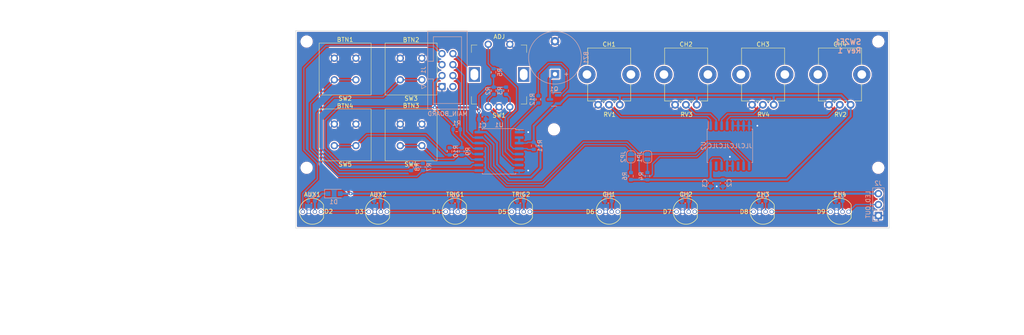
<source format=kicad_pcb>
(kicad_pcb (version 20211014) (generator pcbnew)
  (title_block (title "SW2F1 - Front Panel") (date "2022-12-21") (rev "1") (company "saawsm"))
  (layers (0 "F.Cu" signal) (31 "B.Cu" signal) (34 "B.Paste" user) (35 "F.Paste" user) (36 "B.SilkS" user "B.Silkscreen") (37 "F.SilkS" user "F.Silkscreen") (38 "B.Mask" user) (39 "F.Mask" user) (44 "Edge.Cuts" user))
  (net 0 "")
  (net 1 "Net-(BZ1-Pad1)")
  (net 2 "GND")
  (net 3 "+3.3V")
  (net 4 "/ENC_B")
  (net 5 "/ENC_A")
  (net 6 "+5V")
  (net 7 "Net-(D2-Pad1)")
  (net 8 "/LED_DATA")
  (net 9 "Net-(D4-Pad1)")
  (net 10 "Net-(D6-Pad1)")
  (net 12 "/~{INT}")
  (net 13 "/SCL")
  (net 14 "/SDA")
  (net 15 "Net-(Q1-Pad1)")
  (net 16 "/ENC_SW")
  (net 17 "/BTN1")
  (net 18 "/BTN2")
  (net 19 "/BTN3")
  (net 20 "/BTN4")
  (net 21 "/BUZZER")
  (net 22 "Net-(RV1-Pad2)")
  (net 23 "Net-(RV2-Pad2)")
  (net 24 "Net-(RV3-Pad2)")
  (net 25 "Net-(RV4-Pad2)")
  (net 28 "Net-(D3-Pad1)")
  (net 29 "Net-(D5-Pad1)")
  (net 30 "Net-(D7-Pad1)")
  (net 31 "Net-(C4-Pad2)")
  (net 32 "Net-(D8-Pad1)")
  (net 33 "Net-(D9-Pad1)")
  (net 34 "Net-(JP1-Pad2)")
  (net 35 "Net-(JP2-Pad2)")
  (footprint "SaawLib:WS2812D-F5" (layer "F.Cu") (at 156.21 124.46)
    (fp_text reference "D6")
    (fp_text value "CH1")
  )
  (footprint "SaawLib:WS2812D-F5" (layer "F.Cu") (at 173.99 124.46)
    (fp_text reference "D7")
    (fp_text value "CH2")
  )
  (footprint "SaawLib:D6C" (layer "F.Cu") (at 110.49 91.44)
    (fp_text reference "SW3")
    (fp_text value "BTN2")
  )
  (footprint "MountingHole:MountingHole_2.2mm_M2" (layer "F.Cu") (at 143.51 105.41)
    (fp_text reference "H5")
    (fp_text value "MountingHole")
  )
  (footprint "SaawLib:Potentiometer_Bourns_PTV09A-1_Single_Vertical" (layer "F.Cu") (at 156.21 92.71)
    (fp_text reference "RV1")
    (fp_text value "CH1")
  )
  (footprint "SaawLib:D6C" (layer "F.Cu") (at 95.25 91.44)
    (fp_text reference "SW2")
    (fp_text value "BTN1")
  )
  (footprint "SaawLib:Potentiometer_Bourns_PTV09A-1_Single_Vertical" (layer "F.Cu") (at 191.77 92.71)
    (fp_text reference "RV4")
    (fp_text value "CH3")
  )
  (footprint "SaawLib:D6C" (layer "F.Cu") (at 110.49 106.68)
    (fp_text reference "SW4")
    (fp_text value "BTN3")
  )
  (footprint "SaawLib:Potentiometer_Bourns_PTV09A-1_Single_Vertical" (layer "F.Cu") (at 209.55 92.71)
    (fp_text reference "RV2")
    (fp_text value "CH4")
  )
  (footprint "SaawLib:D6C" (layer "F.Cu") (at 95.25 106.68)
    (fp_text reference "SW5")
    (fp_text value "BTN4")
  )
  (footprint "SaawLib:WS2812D-F5" (layer "F.Cu") (at 135.89 124.46)
    (fp_text reference "D5")
    (fp_text value "TRIG2")
  )
  (footprint "SaawLib:WS2812D-F5" (layer "F.Cu") (at 102.87 124.46)
    (fp_text reference "D3")
    (fp_text value "AUX2")
  )
  (footprint "SaawLib:WS2812D-F5" (layer "F.Cu") (at 191.77 124.46)
    (fp_text reference "D8")
    (fp_text value "CH3")
  )
  (footprint "MountingHole:MountingHole_2.2mm_M2" (layer "F.Cu") (at 218.44 85.09)
    (fp_text reference "H2")
    (fp_text value "MountingHole")
  )
  (footprint "MountingHole:MountingHole_2.2mm_M2" (layer "F.Cu") (at 218.44 114.3)
    (fp_text reference "H3")
    (fp_text value "MountingHole")
  )
  (footprint "SaawLib:WS2812D-F5" (layer "F.Cu") (at 120.65 124.46)
    (fp_text reference "D4")
    (fp_text value "TRIG1")
  )
  (footprint "MountingHole:MountingHole_2.2mm_M2" (layer "F.Cu") (at 86.36 85.09)
    (fp_text reference "H1")
    (fp_text value "MountingHole")
  )
  (footprint "SaawLib:Rotary_Encoder_Switched_PEC11R" (layer "F.Cu") (at 130.81 92.71)
    (fp_text reference "SW1")
    (fp_text value "PEC11R-4215K-S0024")
  )
  (footprint "MountingHole:MountingHole_2.2mm_M2" (layer "F.Cu") (at 86.36 114.3)
    (fp_text reference "H4")
    (fp_text value "MountingHole")
  )
  (footprint "SaawLib:Potentiometer_Bourns_PTV09A-1_Single_Vertical" (layer "F.Cu") (at 173.99 92.71)
    (fp_text reference "RV3")
    (fp_text value "CH2")
  )
  (footprint "SaawLib:WS2812D-F5" (layer "F.Cu") (at 87.63 124.46)
    (fp_text reference "D2")
    (fp_text value "AUX1")
  )
  (footprint "SaawLib:WS2812D-F5" (layer "F.Cu") (at 209.55 124.46)
    (fp_text reference "D9")
    (fp_text value "CH4")
  )
  (footprint "Diode_SMD:D_SOD-123F" (layer "B.Cu") (at 92.71 120.278576)
    (fp_text reference "D1")
    (fp_text value "SS24FL")
  )
  (footprint "Capacitor_SMD:C_0603_1608Metric" (layer "B.Cu") (at 135.75 121.92)
    (fp_text reference "C7")
    (fp_text value "100nF")
  )
  (footprint "Package_TO_SOT_SMD:SOT-23" (layer "B.Cu") (at 143.51 98.472885 180)
    (fp_text reference "Q1")
    (fp_text value "DMG2301L-7")
  )
  (footprint "Resistor_SMD:R_0603_1608Metric" (layer "B.Cu") (at 132.434218 96.460964 -90)
    (fp_text reference "R3")
    (fp_text value "10K")
  )
  (footprint "Capacitor_SMD:C_0603_1608Metric" (layer "B.Cu") (at 126.949397 103.047109)
    (fp_text reference "C1")
    (fp_text value locked "100nF")
  )
  (footprint "Connector_PinHeader_2.54mm:PinHeader_1x03_P2.54mm_Vertical" (layer "B.Cu") (at 218.462727 125.358576)
    (fp_text reference "J2")
    (fp_text value "LED_OUT")
  )
  (footprint "Capacitor_SMD:C_0603_1608Metric" (layer "B.Cu") (at 156.07 121.92)
    (fp_text reference "C8")
    (fp_text value "100nF")
  )
  (footprint "Resistor_SMD:R_0603_1608Metric" (layer "B.Cu") (at 139.884372 98.472885 90)
    (fp_text reference "R12")
    (fp_text value "100")
  )
  (footprint "Resistor_SMD:R_0603_1608Metric" (layer "B.Cu") (at 110.49 114.11 90)
    (fp_text reference locked "R8")
    (fp_text value "10K")
  )
  (footprint "Resistor_SMD:R_0603_1608Metric" (layer "B.Cu") (at 122.210201 110.49 90)
    (fp_text reference "R9")
    (fp_text value "10K")
  )
  (footprint "Capacitor_SMD:C_0603_1608Metric" (layer "B.Cu") (at 179.705 117.825783 -90)
    (fp_text reference "C3")
    (fp_text value "10uF")
  )
  (footprint "Resistor_SMD:R_0603_1608Metric" (layer "B.Cu") (at 119.38 110.49 90)
    (fp_text reference "R10")
    (fp_text value "10K")
  )
  (footprint "Capacitor_SMD:C_0603_1608Metric" (layer "B.Cu") (at 191.63 121.92)
    (fp_text reference "C10")
    (fp_text value "100nF")
  )
  (footprint "Capacitor_SMD:C_0603_1608Metric" (layer "B.Cu") (at 209.41 121.92)
    (fp_text reference "C11")
    (fp_text value "100nF")
  )
  (footprint "Capacitor_SMD:C_0603_1608Metric" (layer "B.Cu") (at 182.516864 117.825783 -90)
    (fp_text reference "C2")
    (fp_text value "100nF")
  )
  (footprint "Jumper:SolderJumper-2_P1.3mm_Open_RoundedPad1.0x1.5mm" (layer "B.Cu") (at 165.1 111.76 -90)
    (fp_text reference "JP1")
    (fp_text value "SolderJumper_2_Open" hide)
  )
  (footprint "Resistor_SMD:R_0603_1608Metric" (layer "B.Cu") (at 165.1 116.225783 -90)
    (fp_text reference "R4")
    (fp_text value "10K")
  )
  (footprint "Package_SO:SOIC-16W_7.5x10.3mm_P1.27mm" (layer "B.Cu") (at 130.81 110.49 180)
    (fp_text reference "U1")
    (fp_text value "PCF8574")
  )
  (footprint "Resistor_SMD:R_0603_1608Metric" (layer "B.Cu") (at 129.578669 96.460963 -90)
    (fp_text reference "R2")
    (fp_text value "10K")
  )
  (footprint "Capacitor_SMD:C_0603_1608Metric" (layer "B.Cu") (at 120.65 121.92)
    (fp_text reference "C6")
    (fp_text value "100nF")
  )
  (footprint "Connector_IDC:IDC-Header_2x04_P2.54mm_Vertical" (layer "B.Cu") (at 117.623459 95.504362)
    (fp_text reference "J1")
    (fp_text value "MAIN_BOARD")
  )
  (footprint "Capacitor_SMD:C_0603_1608Metric" (layer "B.Cu") (at 87.49 121.92)
    (fp_text reference "C4")
    (fp_text value "100nF")
  )
  (footprint "Resistor_SMD:R_0603_1608Metric" (layer "B.Cu") (at 121.022562 105.41 180)
    (fp_text reference "R1")
    (fp_text value "10K")
  )
  (footprint "Buzzer_Beeper:Buzzer_12x9.5RM7.6" (layer "B.Cu") (at 143.734937 92.623858 90)
    (fp_text reference "BZ1")
    (fp_text value "Buzzer")
  )
  (footprint "Capacitor_SMD:C_0603_1608Metric" (layer "B.Cu") (at 173.85 121.92)
    (fp_text reference "C9")
    (fp_text value "100nF")
  )
  (footprint "Package_SO:SOIC-16W_7.5x10.3mm_P1.27mm" (layer "B.Cu") (at 184.15 109.22 -90)
    (fp_text reference "U2")
    (fp_text value "PCF8591")
  )
  (footprint "Capacitor_SMD:C_0603_1608Metric" (layer "B.Cu") (at 102.73 121.92)
    (fp_text reference "C5")
    (fp_text value "100nF")
  )
  (footprint "Resistor_SMD:R_0603_1608Metric" (layer "B.Cu") (at 129.54 92.199039 90)
    (fp_text reference "R5")
    (fp_text value "10K")
  )
  (footprint "Resistor_SMD:R_0603_1608Metric" (layer "B.Cu") (at 113.216978 114.11 90)
    (fp_text reference "R7")
    (fp_text value "10K")
  )
  (footprint "Resistor_SMD:R_0603_1608Metric" (layer "B.Cu") (at 138.826184 109.22 90)
    (fp_text reference "R11")
    (fp_text value "10K")
  )
  (footprint "Resistor_SMD:R_0603_1608Metric" (layer "B.Cu") (at 161.29 116.225783 -90)
    (fp_text reference "R6")
    (fp_text value "10K")
  )
  (footprint "Jumper:SolderJumper-2_P1.3mm_Open_RoundedPad1.0x1.5mm" (layer "B.Cu") (at 161.29 111.76 -90)
    (fp_text reference "JP2")
    (fp_text value "SolderJumper_2_Open" hide)
  )
  (gr_rect locked (start 83.82 82.55) (end 220.98 128.269999) (layer "Edge.Cuts") (width 0.1) (fill none))
  (gr_text "JLCJLCJLCJLC" (at 184.15 109.22) (layer "B.SilkS") (effects (font (size 1 1)) (justify mirror)))
  (gr_text "SW2F1\nRev 1" (at 214.63 86.157498) (layer "B.SilkS") (effects (font (size 1.25 1.25) (thickness 0.25)) (justify left mirror)))
  (segment locked (start 143.734937 92.623858) (end 142.5725 93.786295) (width 0.5) (layer "B.Cu") (net 1))
  (segment locked (start 142.5725 93.786295) (end 142.5725 98.472885) (width 0.5) (layer "B.Cu") (net 1))
  (via locked (at 181.104328 118.600783) (size 0.8) (drill 0.4) (layers "F.Cu" "B.Cu") (net 2))
  (via locked (at 137.553998 114.935) (size 0.8) (drill 0.4) (layers "F.Cu" "B.Cu") (net 2))
  (via locked (at 137.553998 106.043852) (size 0.8) (drill 0.4) (layers "F.Cu" "B.Cu") (net 2))
  (via locked (at 190.5 104.57) (size 0.8) (drill 0.4) (layers "F.Cu" "B.Cu") (net 2))
  (via locked (at 184.15 111.76) (size 0.8) (drill 0.4) (layers "F.Cu" "B.Cu") (net 2))
  (segment locked (start 125.329896 100.33) (end 126.16 101.160104) (width 0.5) (layer "F.Cu") (net 3))
  (segment locked (start 115.959672 100.33) (end 125.329896 100.33) (width 0.5) (layer "F.Cu") (net 3))
  (via locked (at 115.959672 100.33) (size 0.8) (drill 0.4) (layers "F.Cu" "B.Cu") (net 3))
  (via locked (at 126.16 101.165517) (size 0.8) (drill 0.4) (layers "F.Cu" "B.Cu") (net 3))
  (segment locked (start 138.165965 116.51085) (end 140.39223 114.284585) (width 0.5) (layer "B.Cu") (net 3))
  (segment locked (start 158.655512 97.544587) (end 176.498659 97.544587) (width 0.5) (layer "B.Cu") (net 3))
  (segment locked (start 129.54 95.597294) (end 129.578669 95.635963) (width 0.3) (layer "B.Cu") (net 3))
  (segment locked (start 94.090021 113.285) (end 90.573427 109.768406) (width 0.3) (layer "B.Cu") (net 3))
  (segment locked (start 212.05 102.361364) (end 212.05 99.71) (width 0.5) (layer "B.Cu") (net 3))
  (segment locked (start 115.959672 100.332704) (end 120.197562 104.570594) (width 0.3) (layer "B.Cu") (net 3))
  (segment locked (start 130.336654 113.458801) (end 133.388703 116.51085) (width 0.5) (layer "B.Cu") (net 3))
  (segment locked (start 140.39223 114.284585) (end 140.39223 109.961046) (width 0.5) (layer "B.Cu") (net 3))
  (segment locked (start 129.54 93.024039) (end 129.54 95.597294) (width 0.3) (layer "B.Cu") (net 3))
  (segment locked (start 179.705 117.050783) (end 161.29 117.050783) (width 0.5) (layer "B.Cu") (net 3))
  (segment locked (start 197.360581 117.050783) (end 212.05 102.361364) (width 0.5) (layer "B.Cu") (net 3))
  (segment locked (start 90.573427 103.36876) (end 92.780134 101.162053) (width 0.3) (layer "B.Cu") (net 3))
  (segment locked (start 144.4475 99.422885) (end 144.896931 99.422885) (width 0.5) (layer "B.Cu") (net 3))
  (segment locked (start 144.022022 99.422885) (end 138.826184 104.618723) (width 0.5) (layer "B.Cu") (net 3))
  (segment locked (start 130.336654 108.563139) (end 130.336654 113.458801) (width 0.5) (layer "B.Cu") (net 3))
  (segment locked (start 92.780134 101.162053) (end 93.612187 100.33) (width 0.3) (layer "B.Cu") (net 3))
  (segment locked (start 115.959672 94.628149) (end 115.959672 100.33) (width 0.5) (layer "B.Cu") (net 3))
  (segment locked (start 117.623459 92.964362) (end 115.959672 94.628149) (width 0.5) (layer "B.Cu") (net 3))
  (segment locked (start 127.818515 106.045) (end 130.336654 108.563139) (width 0.5) (layer "B.Cu") (net 3))
  (segment locked (start 126.622107 106.045) (end 127.818515 106.045) (width 0.5) (layer "B.Cu") (net 3))
  (segment locked (start 137.274459 108.581702) (end 135.463298 108.581702) (width 0.3) (layer "B.Cu") (net 3))
  (segment locked (start 182.516864 117.050783) (end 197.360581 117.050783) (width 0.5) (layer "B.Cu") (net 3))
  (segment locked (start 137.461547 108.394614) (end 137.274459 108.581702) (width 0.3) (layer "B.Cu") (net 3))
  (segment locked (start 179.705 117.050783) (end 179.705 113.87) (width 0.5) (layer "B.Cu") (net 3))
  (segment locked (start 179.710819 113.402074) (end 179.710819 112.548401) (width 0.3) (layer "B.Cu") (net 3))
  (segment locked (start 120.197562 105.41) (end 120.197562 106.305727) (width 0.3) (layer "B.Cu") (net 3))
  (segment locked (start 129.578669 95.635963) (end 132.434218 95.635964) (width 0.3) (layer "B.Cu") (net 3))
  (segment locked (start 133.388703 116.51085) (end 138.165965 116.51085) (width 0.5) (layer "B.Cu") (net 3))
  (segment locked (start 158.71 97.599075) (end 158.655512 97.544587) (width 0.5) (layer "B.Cu") (net 3))
  (segment locked (start 110.49 113.285) (end 94.090021 113.285) (width 0.3) (layer "B.Cu") (net 3))
  (segment locked (start 158.71 99.71) (end 158.71 97.599075) (width 0.5) (layer "B.Cu") (net 3))
  (segment locked (start 194.27 97.550368) (end 194.275781 97.544587) (width 0.5) (layer "B.Cu") (net 3))
  (segment locked (start 176.49 99.71) (end 176.49 97.553246) (width 0.5) (layer "B.Cu") (net 3))
  (segment locked (start 209.884587 97.544587) (end 212.05 99.71) (width 0.5) (layer "B.Cu") (net 3))
  (segment locked (start 176.49 97.553246) (end 176.498659 97.544587) (width 0.5) (layer "B.Cu") (net 3))
  (segment locked (start 176.498659 97.544587) (end 194.275781 97.544587) (width 0.5) (layer "B.Cu") (net 3))
  (segment locked (start 180.172991 112.086229) (end 181.8071 112.086229) (width 0.3) (layer "B.Cu") (net 3))
  (segment locked (start 140.39223 109.961046) (end 138.826184 108.395) (width 0.5) (layer "B.Cu") (net 3))
  (segment locked (start 110.49 113.285) (end 113.216978 113.285) (width 0.3) (layer "B.Cu") (net 3))
  (segment locked (start 138.825798 108.394614) (end 138.826184 108.395) (width 0.3) (layer "B.Cu") (net 3))
  (segment locked (start 182.245 112.524129) (end 182.245 113.87) (width 0.3) (layer "B.Cu") (net 3))
  (segment locked (start 119.408229 109.655267) (end 122.23843 109.655267) (width 0.3) (layer "B.Cu") (net 3))
  (segment locked (start 138.826184 104.618723) (end 138.826184 108.395) (width 0.5) (layer "B.Cu") (net 3))
  (segment locked (start 182.516864 117.050783) (end 179.705 117.050783) (width 0.5) (layer "B.Cu") (net 3))
  (segment locked (start 194.27 99.71) (end 194.27 97.550368) (width 0.5) (layer "B.Cu") (net 3))
  (segment locked (start 144.896931 99.422885) (end 146.775229 97.544587) (width 0.5) (layer "B.Cu") (net 3))
  (segment locked (start 122.210201 108.318366) (end 122.210201 109.665) (width 0.3) (layer "B.Cu") (net 3))
  (segment locked (start 179.710819 112.548401) (end 180.172991 112.086229) (width 0.3) (layer "B.Cu") (net 3))
  (segment locked (start 120.197562 106.305727) (end 122.210201 108.318366) (width 0.3) (layer "B.Cu") (net 3))
  (segment locked (start 128.170905 95.635963) (end 126.16 97.646868) (width 0.3) (layer "B.Cu") (net 3))
  (segment locked (start 126.16 97.646868) (end 126.16 101.165517) (width 0.3) (layer "B.Cu") (net 3))
  (segment locked (start 135.46 107.315) (end 135.46 108.585) (width 0.5) (layer "B.Cu") (net 3))
  (segment locked (start 146.775229 97.544587) (end 158.655512 97.544587) (width 0.5) (layer "B.Cu") (net 3))
  (segment locked (start 93.612187 100.33) (end 115.959672 100.33) (width 0.3) (layer "B.Cu") (net 3))
  (segment locked (start 137.461547 108.394614) (end 138.825798 108.394614) (width 0.3) (layer "B.Cu") (net 3))
  (segment locked (start 120.197562 104.570594) (end 120.197562 105.41) (width 0.3) (layer "B.Cu") (net 3))
  (segment locked (start 90.573427 109.768406) (end 90.573427 103.36876) (width 0.3) (layer "B.Cu") (net 3))
  (segment locked (start 126.16 101.165517) (end 126.16 106.045) (width 0.5) (layer "B.Cu") (net 3))
  (segment locked (start 194.275781 97.544587) (end 209.884587 97.544587) (width 0.5) (layer "B.Cu") (net 3))
  (segment locked (start 129.578669 95.635963) (end 128.170905 95.635963) (width 0.3) (layer "B.Cu") (net 3))
  (segment locked (start 181.8071 112.086229) (end 182.245 112.524129) (width 0.3) (layer "B.Cu") (net 3))
  (segment locked (start 133.365431 98.105548) (end 133.365431 100.154569) (width 0.3) (layer "B.Cu") (net 4))
  (segment locked (start 132.545847 97.285964) (end 133.365431 98.105548) (width 0.3) (layer "B.Cu") (net 4))
  (segment locked (start 132.243653 102.629372) (end 132.243653 110.529724) (width 0.3) (layer "B.Cu") (net 4))
  (segment locked (start 132.434218 97.285964) (end 132.545847 97.285964) (width 0.3) (layer "B.Cu") (net 4))
  (segment locked (start 133.31 101.563025) (end 132.243653 102.629372) (width 0.3) (layer "B.Cu") (net 4))
  (segment locked (start 133.31 100.21) (end 133.31 101.563025) (width 0.3) (layer "B.Cu") (net 4))
  (segment locked (start 132.243653 110.529724) (end 134.108929 112.395) (width 0.3) (layer "B.Cu") (net 4))
  (segment locked (start 134.108929 112.395) (end 135.46 112.395) (width 0.3) (layer "B.Cu") (net 4))
  (segment locked (start 134.071113 113.665) (end 135.46 113.665) (width 0.3) (layer "B.Cu") (net 5))
  (segment locked (start 128.31 100.21) (end 131.644152 103.544152) (width 0.3) (layer "B.Cu") (net 5))
  (segment locked (start 129.470539 97.285963) (end 128.31 98.446502) (width 0.3) (layer "B.Cu") (net 5))
  (segment locked (start 129.578669 97.285963) (end 129.470539 97.285963) (width 0.3) (layer "B.Cu") (net 5))
  (segment locked (start 131.644152 103.544152) (end 131.644152 111.238039) (width 0.3) (layer "B.Cu") (net 5))
  (segment locked (start 131.644152 111.238039) (end 134.071113 113.665) (width 0.3) (layer "B.Cu") (net 5))
  (segment locked (start 128.31 98.446502) (end 128.31 100.21) (width 0.3) (layer "B.Cu") (net 5))
  (segment locked (start 89.711223 89.000477) (end 89.711223 113.469799) (width 0.5) (layer "F.Cu") (net 6))
  (segment locked (start 117.523459 90.424362) (end 113.966766 86.86767) (width 0.5) (layer "F.Cu") (net 6))
  (segment locked (start 91.84403 86.86767) (end 89.711223 89.000477) (width 0.5) (layer "F.Cu") (net 6))
  (segment locked (start 113.966766 86.86767) (end 91.84403 86.86767) (width 0.5) (layer "F.Cu") (net 6))
  (segment locked (start 89.711223 113.469799) (end 96.52 120.278576) (width 0.5) (layer "F.Cu") (net 6))
  (via locked (at 96.52 120.278576) (size 0.8) (drill 0.4) (layers "F.Cu" "B.Cu") (net 6))
  (segment locked (start 103.505 121.92) (end 103.505 120.287376) (width 0.5) (layer "B.Cu") (net 6))
  (segment locked (start 192.42692 120.278576) (end 209.357265 120.278576) (width 0.5) (layer "B.Cu") (net 6))
  (segment locked (start 192.405 120.300496) (end 192.42692 120.278576) (width 0.5) (layer "B.Cu") (net 6))
  (segment locked (start 156.845 121.92) (end 156.845 124.46) (width 0.5) (layer "B.Cu") (net 6))
  (segment locked (start 103.505 121.92) (end 103.505 124.46) (width 0.5) (layer "B.Cu") (net 6))
  (segment locked (start 121.425 121.92) (end 121.425 120.326666) (width 0.5) (layer "B.Cu") (net 6))
  (segment locked (start 174.625 120.280216) (end 174.62336 120.278576) (width 0.5) (layer "B.Cu") (net 6))
  (segment locked (start 174.62336 120.278576) (end 192.42692 120.278576) (width 0.5) (layer "B.Cu") (net 6))
  (segment locked (start 121.425 120.326666) (end 121.47309 120.278576) (width 0.5) (layer "B.Cu") (net 6))
  (segment locked (start 136.525 121.92) (end 136.525 124.46) (width 0.5) (layer "B.Cu") (net 6))
  (segment locked (start 121.425 121.92) (end 121.425 124.32) (width 0.5) (layer "B.Cu") (net 6))
  (segment locked (start 210.185 121.92) (end 210.185 124.46) (width 0.3) (layer "B.Cu") (net 6))
  (segment locked (start 103.505 120.287376) (end 103.4962 120.278576) (width 0.5) (layer "B.Cu") (net 6))
  (segment locked (start 156.857356 120.278576) (end 136.552879 120.278576) (width 0.5) (layer "B.Cu") (net 6))
  (segment locked (start 192.405 121.92) (end 192.405 120.300496) (width 0.5) (layer "B.Cu") (net 6))
  (segment locked (start 103.4962 120.278576) (end 96.52 120.278576) (width 0.5) (layer "B.Cu") (net 6))
  (segment locked (start 136.525 121.92) (end 136.525 120.306455) (width 0.5) (layer "B.Cu") (net 6))
  (segment locked (start 210.182995 120.27963) (end 210.185 120.281635) (width 0.5) (layer "B.Cu") (net 6))
  (segment locked (start 192.405 121.92) (end 192.405 124.46) (width 0.3) (layer "B.Cu") (net 6))
  (segment locked (start 218.462727 120.278576) (end 209.357265 120.278576) (width 0.5) (layer "B.Cu") (net 6))
  (segment locked (start 156.845 121.92) (end 156.845 120.290932) (width 0.5) (layer "B.Cu") (net 6))
  (segment locked (start 174.625 121.92) (end 174.625 124.46) (width 0.5) (layer "B.Cu") (net 6))
  (segment locked (start 136.525 120.306455) (end 136.552879 120.278576) (width 0.5) (layer "B.Cu") (net 6))
  (segment locked (start 136.552879 120.278576) (end 121.47309 120.278576) (width 0.5) (layer "B.Cu") (net 6))
  (segment locked (start 156.21 120.278576) (end 174.62336 120.278576) (width 0.5) (layer "B.Cu") (net 6))
  (segment locked (start 174.625 121.92) (end 174.625 120.280216) (width 0.5) (layer "B.Cu") (net 6))
  (segment locked (start 94.11 120.278576) (end 96.52 120.278576) (width 0.5) (layer "B.Cu") (net 6))
  (segment locked (start 210.185 120.281635) (end 210.185 121.92) (width 0.5) (layer "B.Cu") (net 6))
  (segment locked (start 121.425 124.32) (end 121.285 124.46) (width 0.3) (layer "B.Cu") (net 6))
  (segment locked (start 121.47309 120.278576) (end 103.4962 120.278576) (width 0.5) (layer "B.Cu") (net 6))
  (segment locked (start 156.845 120.290932) (end 156.857356 120.278576) (width 0.5) (layer "B.Cu") (net 6))
  (segment locked (start 100.705 124.46) (end 89.665 124.46) (width 0.3) (layer "B.Cu") (net 7))
  (segment locked (start 115.7471 86.108003) (end 90.807007 86.108003) (width 0.3) (layer "B.Cu") (net 8))
  (segment locked (start 88.821284 113.285763) (end 88.821284 116.890454) (width 0.3) (layer "B.Cu") (net 8))
  (segment locked (start 85.465 120.246738) (end 85.465 124.46) (width 0.3) (layer "B.Cu") (net 8))
  (segment locked (start 85.70606 91.20895) (end 85.70606 110.170539) (width 0.3) (layer "B.Cu") (net 8))
  (segment locked (start 117.523459 87.884362) (end 115.7471 86.108003) (width 0.3) (layer "B.Cu") (net 8))
  (segment locked (start 88.821284 116.890454) (end 85.465 120.246738) (width 0.3) (layer "B.Cu") (net 8))
  (segment locked (start 90.807007 86.108003) (end 85.70606 91.20895) (width 0.3) (layer "B.Cu") (net 8))
  (segment locked (start 85.70606 110.170539) (end 88.821284 113.285763) (width 0.3) (layer "B.Cu") (net 8))
  (segment locked (start 133.725 124.46) (end 122.685 124.46) (width 0.3) (layer "B.Cu") (net 9))
  (segment locked (start 171.825 124.46) (end 158.245 124.46) (width 0.3) (layer "B.Cu") (net 10))
  (segment locked (start 121.847562 106.824641) (end 124.877921 109.855) (width 0.3) (layer "B.Cu") (net 12))
  (segment locked (start 121.847562 94.648465) (end 121.847562 94.748465) (width 0.3) (layer "B.Cu") (net 12))
  (segment locked (start 124.877921 109.855) (end 126.16 109.855) (width 0.3) (layer "B.Cu") (net 12))
  (segment locked (start 120.163459 92.964362) (end 121.847562 94.648465) (width 0.3) (layer "B.Cu") (net 12))
  (segment locked (start 121.847562 94.748465) (end 121.847562 106.824641) (width 0.3) (layer "B.Cu") (net 12))
  (segment locked (start 120.163459 90.424362) (end 122.685378 92.946281) (width 0.3) (layer "B.Cu") (net 13))
  (segment locked (start 183.697745 108.967307) (end 187.325 112.594562) (width 0.3) (layer "B.Cu") (net 13))
  (segment locked (start 122.685378 92.946281) (end 122.685378 106.491853) (width 0.3) (layer "B.Cu") (net 13))
  (segment locked (start 163.186275 111.996975) (end 163.186275 115.069639) (width 0.3) (layer "B.Cu") (net 13))
  (segment locked (start 160.133182 108.963453) (end 161.29 110.120271) (width 0.3) (layer "B.Cu") (net 13))
  (segment locked (start 163.186275 115.069639) (end 164.321399 116.204763) (width 0.3) (layer "B.Cu") (net 13))
  (segment locked (start 176.481323 111.722979) (end 179.236995 108.967307) (width 0.3) (layer "B.Cu") (net 13))
  (segment locked (start 141.022428 118.496866) (end 150.551987 108.967307) (width 0.3) (layer "B.Cu") (net 13))
  (segment locked (start 179.236995 108.967307) (end 183.697745 108.967307) (width 0.3) (layer "B.Cu") (net 13))
  (segment locked (start 150.555841 108.963453) (end 160.133182 108.963453) (width 0.3) (layer "B.Cu") (net 13))
  (segment locked (start 127.458036 108.585) (end 128.325877 109.452841) (width 0.3) (layer "B.Cu") (net 13))
  (segment locked (start 124.778525 108.585) (end 126.16 108.585) (width 0.3) (layer "B.Cu") (net 13))
  (segment locked (start 126.16 108.585) (end 127.458036 108.585) (width 0.3) (layer "B.Cu") (net 13))
  (segment locked (start 165.854211 116.204763) (end 166.258939 115.800035) (width 0.3) (layer "B.Cu") (net 13))
  (segment locked (start 128.325878 114.308009) (end 132.514736 118.496867) (width 0.3) (layer "B.Cu") (net 13))
  (segment locked (start 122.685378 106.491853) (end 124.778525 108.585) (width 0.3) (layer "B.Cu") (net 13))
  (segment locked (start 132.514736 118.496867) (end 141.022428 118.496866) (width 0.3) (layer "B.Cu") (net 13))
  (segment locked (start 161.29 110.120271) (end 161.29 111.11) (width 0.3) (layer "B.Cu") (net 13))
  (segment locked (start 166.258939 115.800035) (end 166.258939 113.366953) (width 0.3) (layer "B.Cu") (net 13))
  (segment locked (start 162.2993 111.11) (end 163.186275 111.996975) (width 0.3) (layer "B.Cu") (net 13))
  (segment locked (start 164.321399 116.204763) (end 165.854211 116.204763) (width 0.3) (layer "B.Cu") (net 13))
  (segment locked (start 161.29 111.11) (end 162.2993 111.11) (width 0.3) (layer "B.Cu") (net 13))
  (segment locked (start 166.258939 113.366953) (end 167.902913 111.722979) (width 0.3) (layer "B.Cu") (net 13))
  (segment locked (start 187.325 112.594562) (end 187.325 113.87) (width 0.3) (layer "B.Cu") (net 13))
  (segment locked (start 167.902913 111.722979) (end 176.481323 111.722979) (width 0.3) (layer "B.Cu") (net 13))
  (segment locked (start 128.325877 109.452841) (end 128.325878 114.308009) (width 0.3) (layer "B.Cu") (net 13))
  (segment locked (start 150.551987 108.967307) (end 150.555841 108.963453) (width 0.3) (layer "B.Cu") (net 13))
  (segment locked (start 150.303665 108.367807) (end 150.30752 108.363952) (width 0.3) (layer "B.Cu") (net 14))
  (segment locked (start 150.30752 108.363952) (end 160.401074 108.363952) (width 0.3) (layer "B.Cu") (net 14))
  (segment locked (start 163.147122 111.11) (end 165.1 111.11) (width 0.3) (layer "B.Cu") (net 14))
  (segment locked (start 183.946066 108.367806) (end 178.988674 108.367806) (width 0.3) (layer "B.Cu") (net 14))
  (segment locked (start 188.595 113.01674) (end 183.946066 108.367806) (width 0.3) (layer "B.Cu") (net 14))
  (segment locked (start 123.341807 91.06271) (end 123.341807 91.16271) (width 0.3) (layer "B.Cu") (net 14))
  (segment locked (start 176.24648 111.11) (end 165.1 111.11) (width 0.3) (layer "B.Cu") (net 14))
  (segment locked (start 150.303665 108.367807) (end 140.774106 117.897366) (width 0.3) (layer "B.Cu") (net 14))
  (segment locked (start 123.341807 105.82625) (end 124.830557 107.315) (width 0.3) (layer "B.Cu") (net 14))
  (segment locked (start 128.925378 114.059687) (end 128.925378 109.196093) (width 0.3) (layer "B.Cu") (net 14))
  (segment locked (start 132.763057 117.897366) (end 128.925378 114.059687) (width 0.3) (layer "B.Cu") (net 14))
  (segment locked (start 160.401074 108.363952) (end 163.147122 111.11) (width 0.3) (layer "B.Cu") (net 14))
  (segment locked (start 124.830557 107.315) (end 126.16 107.315) (width 0.3) (layer "B.Cu") (net 14))
  (segment locked (start 123.341807 91.16271) (end 123.341807 105.82625) (width 0.3) (layer "B.Cu") (net 14))
  (segment locked (start 128.925378 109.196093) (end 127.044285 107.315) (width 0.3) (layer "B.Cu") (net 14))
  (segment locked (start 120.163459 87.884362) (end 123.341807 91.06271) (width 0.3) (layer "B.Cu") (net 14))
  (segment locked (start 178.988674 108.367806) (end 176.24648 111.11) (width 0.3) (layer "B.Cu") (net 14))
  (segment locked (start 127.044285 107.315) (end 126.16 107.315) (width 0.3) (layer "B.Cu") (net 14))
  (segment locked (start 140.774106 117.897366) (end 132.763057 117.897366) (width 0.3) (layer "B.Cu") (net 14))
  (segment locked (start 188.595 113.87) (end 188.595 113.01674) (width 0.3) (layer "B.Cu") (net 14))
  (segment locked (start 144.888705 97.522885) (end 144.4475 97.522885) (width 0.3) (layer "B.Cu") (net 15))
  (segment locked (start 139.884372 97.647885) (end 139.884372 92.525628) (width 0.3) (layer "B.Cu") (net 15))
  (segment locked (start 146.578246 91.570968) (end 146.578246 95.833344) (width 0.3) (layer "B.Cu") (net 15))
  (segment locked (start 146.578246 95.833344) (end 144.888705 97.522885) (width 0.3) (layer "B.Cu") (net 15))
  (segment locked (start 139.884372 92.525628) (end 142.24 90.17) (width 0.3) (layer "B.Cu") (net 15))
  (segment locked (start 142.24 90.17) (end 145.177278 90.17) (width 0.3) (layer "B.Cu") (net 15))
  (segment locked (start 145.177278 90.17) (end 146.578246 91.570968) (width 0.3) (layer "B.Cu") (net 15))
  (segment locked (start 132.843154 109.87827) (end 134.089884 111.125) (width 0.3) (layer "B.Cu") (net 16))
  (segment locked (start 129.433635 91.374039) (end 128.31 90.250404) (width 0.3) (layer "B.Cu") (net 16))
  (segment locked (start 130.425857 91.374039) (end 134.856124 95.804306) (width 0.3) (layer "B.Cu") (net 16))
  (segment locked (start 134.089884 111.125) (end 135.46 111.125) (width 0.3) (layer "B.Cu") (net 16))
  (segment locked (start 134.856124 100.865429) (end 132.843154 102.878399) (width 0.3) (layer "B.Cu") (net 16))
  (segment locked (start 132.843154 102.878399) (end 132.843154 109.87827) (width 0.3) (layer "B.Cu") (net 16))
  (segment locked (start 129.54 91.374039) (end 130.425857 91.374039) (width 0.3) (layer "B.Cu") (net 16))
  (segment locked (start 134.856124 95.804306) (end 134.856124 100.865429) (width 0.3) (layer "B.Cu") (net 16))
  (segment locked (start 129.54 91.374039) (end 129.433635 91.374039) (width 0.3) (layer "B.Cu") (net 16))
  (segment locked (start 128.31 90.250404) (end 128.31 85.71) (width 0.3) (layer "B.Cu") (net 16))
  (segment locked (start 87.265891 109.933978) (end 93.600098 116.268185) (width 0.3) (layer "B.Cu") (net 17))
  (segment locked (start 92.75 93.94) (end 87.265891 99.424109) (width 0.3) (layer "B.Cu") (net 17))
  (segment locked (start 111.799096 116.268185) (end 113.132281 114.935) (width 0.3) (layer "B.Cu") (net 17))
  (segment locked (start 92.75 93.94) (end 97.75 93.94) (width 0.3) (layer "B.Cu") (net 17))
  (segment locked (start 87.265891 99.424109) (end 87.265891 109.933978) (width 0.3) (layer "B.Cu") (net 17))
  (segment locked (start 93.600098 116.268185) (end 111.799096 116.268185) (width 0.3) (layer "B.Cu") (net 17))
  (segment locked (start 113.216978 114.935) (end 126.16 114.935) (width 0.3) (layer "B.Cu") (net 17))
  (segment locked (start 113.132281 114.935) (end 113.216978 114.935) (width 0.3) (layer "B.Cu") (net 17))
  (segment locked (start 126.16 113.665) (end 124.744189 113.665) (width 0.3) (layer "B.Cu") (net 18))
  (segment locked (start 104.037973 97.892027) (end 107.99 93.94) (width 0.3) (layer "B.Cu") (net 18))
  (segment locked (start 124.744189 113.665) (end 124.279973 114.129216) (width 0.3) (layer "B.Cu") (net 18))
  (segment locked (start 88.815522 101.684478) (end 92.607973 97.892027) (width 0.3) (layer "B.Cu") (net 18))
  (segment locked (start 110.49 114.935) (end 93.963728 114.935) (width 0.3) (layer "B.Cu") (net 18))
  (segment locked (start 92.607973 97.892027) (end 104.037973 97.892027) (width 0.3) (layer "B.Cu") (net 18))
  (segment locked (start 88.815522 109.786794) (end 88.815522 101.684478) (width 0.3) (layer "B.Cu") (net 18))
  (segment locked (start 110.5895 114.935) (end 110.49 114.935) (width 0.3) (layer "B.Cu") (net 18))
  (segment locked (start 107.99 93.94) (end 112.99 93.94) (width 0.3) (layer "B.Cu") (net 18))
  (segment locked (start 93.963728 114.935) (end 88.815522 109.786794) (width 0.3) (layer "B.Cu") (net 18))
  (segment locked (start 124.279973 114.129216) (end 111.395284 114.129216) (width 0.3) (layer "B.Cu") (net 18))
  (segment locked (start 111.395284 114.129216) (end 110.5895 114.935) (width 0.3) (layer "B.Cu") (net 18))
  (segment locked (start 124.504002 112.395) (end 126.16 112.395) (width 0.3) (layer "B.Cu") (net 19))
  (segment locked (start 121.317853 111.315) (end 122.210201 111.315) (width 0.3) (layer "B.Cu") (net 19))
  (segment locked (start 123.424002 111.315) (end 124.504002 112.395) (width 0.3) (layer "B.Cu") (net 19))
  (segment locked (start 116.139515 112.329515) (end 120.303338 112.329515) (width 0.3) (layer "B.Cu") (net 19))
  (segment locked (start 120.303338 112.329515) (end 121.317853 111.315) (width 0.3) (layer "B.Cu") (net 19))
  (segment locked (start 112.99 109.18) (end 116.139515 112.329515) (width 0.3) (layer "B.Cu") (net 19))
  (segment locked (start 122.210201 111.315) (end 123.424002 111.315) (width 0.3) (layer "B.Cu") (net 19))
  (segment locked (start 107.99 109.18) (end 112.99 109.18) (width 0.3) (layer "B.Cu") (net 19))
  (segment locked (start 120.203583 111.315) (end 119.38 111.315) (width 0.3) (layer "B.Cu") (net 20))
  (segment locked (start 126.16 111.125) (end 124.77936 111.125) (width 0.3) (layer "B.Cu") (net 20))
  (segment locked (start 100.256707 106.673293) (end 97.75 109.18) (width 0.3) (layer "B.Cu") (net 20))
  (segment locked (start 121.028583 110.49) (end 120.203583 111.315) (width 0.3) (layer "B.Cu") (net 20))
  (segment locked (start 113.854746 106.673293) (end 100.256707 106.673293) (width 0.3) (layer "B.Cu") (net 20))
  (segment locked (start 118.496453 111.315) (end 113.854746 106.673293) (width 0.3) (layer "B.Cu") (net 20))
  (segment locked (start 97.75 109.18) (end 92.75 109.18) (width 0.3) (layer "B.Cu") (net 20))
  (segment locked (start 124.14436 110.49) (end 121.028583 110.49) (width 0.3) (layer "B.Cu") (net 20))
  (segment locked (start 124.77936 111.125) (end 124.14436 110.49) (width 0.3) (layer "B.Cu") (net 20))
  (segment locked (start 119.38 111.315) (end 118.496453 111.315) (width 0.3) (layer "B.Cu") (net 20))
  (segment locked (start 135.46 109.855) (end 134.116569 109.855) (width 0.3) (layer "B.Cu") (net 21))
  (segment locked (start 137.483558 110.045385) (end 138.825799 110.045385) (width 0.3) (layer "B.Cu") (net 21))
  (segment locked (start 133.476595 109.215026) (end 133.476595 105.647667) (width 0.3) (layer "B.Cu") (net 21))
  (segment locked (start 139.826377 99.297885) (end 139.884372 99.297885) (width 0.3) (layer "B.Cu") (net 21))
  (segment locked (start 134.116569 109.855) (end 133.476595 109.215026) (width 0.3) (layer "B.Cu") (net 21))
  (segment locked (start 137.293173 109.855) (end 137.483558 110.045385) (width 0.3) (layer "B.Cu") (net 21))
  (segment locked (start 133.476595 105.647667) (end 139.826377 99.297885) (width 0.3) (layer "B.Cu") (net 21))
  (segment locked (start 138.825799 110.045385) (end 138.826184 110.045) (width 0.3) (layer "B.Cu") (net 21))
  (segment locked (start 135.46 109.855) (end 137.293173 109.855) (width 0.3) (layer "B.Cu") (net 21))
  (segment locked (start 179.705 103.212271) (end 178.967857 102.475128) (width 0.3) (layer "B.Cu") (net 22))
  (segment locked (start 178.967857 102.475128) (end 158.975128 102.475128) (width 0.3) (layer "B.Cu") (net 22))
  (segment locked (start 158.975128 102.475128) (end 156.21 99.71) (width 0.3) (layer "B.Cu") (net 22))
  (segment locked (start 179.705 104.57) (end 179.705 103.212271) (width 0.3) (layer "B.Cu") (net 22))
  (segment locked (start 184.24177 102.457028) (end 183.515 103.183798) (width 0.3) (layer "B.Cu") (net 23))
  (segment locked (start 206.802972 102.457028) (end 184.24177 102.457028) (width 0.3) (layer "B.Cu") (net 23))
  (segment locked (start 209.55 99.71) (end 206.802972 102.457028) (width 0.3) (layer "B.Cu") (net 23))
  (segment locked (start 183.515 103.183798) (end 183.515 104.57) (width 0.3) (layer "B.Cu") (net 23))
  (segment locked (start 180.975 103.204165) (end 180.975 104.57) (width 0.3) (layer "B.Cu") (net 24))
  (segment locked (start 173.99 99.71) (end 176.155128 101.875128) (width 0.3) (layer "B.Cu") (net 24))
  (segment locked (start 179.645963 101.875128) (end 180.975 103.204165) (width 0.3) (layer "B.Cu") (net 24))
  (segment locked (start 176.155128 101.875128) (end 179.645963 101.875128) (width 0.3) (layer "B.Cu") (net 24))
  (segment locked (start 183.601507 101.857527) (end 182.245 103.214034) (width 0.3) (layer "B.Cu") (net 25))
  (segment locked (start 189.622473 101.857527) (end 183.601507 101.857527) (width 0.3) (layer "B.Cu") (net 25))
  (segment locked (start 182.245 103.214034) (end 182.245 104.57) (width 0.3) (layer "B.Cu") (net 25))
  (segment locked (start 191.77 99.71) (end 189.622473 101.857527) (width 0.3) (layer "B.Cu") (net 25))
  (segment locked (start 118.485 124.46) (end 104.905 124.46) (width 0.3) (layer "B.Cu") (net 28))
  (segment locked (start 154.045 124.46) (end 137.925 124.46) (width 0.3) (layer "B.Cu") (net 29))
  (segment locked (start 176.025 124.46) (end 189.605 124.46) (width 0.3) (layer "B.Cu") (net 30))
  (segment locked (start 91.31 120.278576) (end 89.906424 120.278576) (width 0.5) (layer "B.Cu") (net 31))
  (segment locked (start 89.906424 120.278576) (end 88.265 121.92) (width 0.5) (layer "B.Cu") (net 31))
  (segment locked (start 88.265 124.46) (end 88.265 121.92) (width 0.5) (layer "B.Cu") (net 31))
  (segment locked (start 193.805 124.46) (end 207.385 124.46) (width 0.3) (layer "B.Cu") (net 32))
  (segment locked (start 211.585 124.46) (end 213.226424 122.818576) (width 0.3) (layer "B.Cu") (net 33))
  (segment locked (start 213.226424 122.818576) (end 218.462727 122.818576) (width 0.3) (layer "B.Cu") (net 33))
  (segment locked (start 165.1 112.41) (end 165.1 115.400783) (width 0.3) (layer "B.Cu") (net 34))
  (segment locked (start 161.29 115.400783) (end 161.29 112.41) (width 0.3) (layer "B.Cu") (net 35))
  (zone locked (net 2) (net_name "GND") (layers F&B.Cu) (connect_pads (clearance 0.3)) (min_thickness 0.3) (fill yes (thermal_gap 0.3) (thermal_bridge_width 0.3))
    (polygon (pts (xy 223.52 130.81) (xy 81.28 130.81) (xy 81.28 80.01) (xy 223.52 80.01)))
  )
)
</source>
